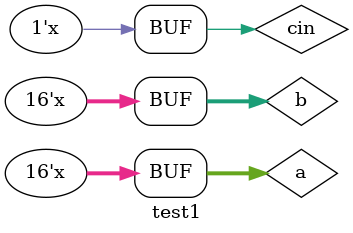
<source format=v>
`timescale 1ns / 1ps


module test1;

	// Inputs
	reg [15:0] a=0;
	reg [15:0] b=0;
	reg cin=0;

	// Outputs
	wire [15:0] sum;
	wire co;

	// Instantiate the Unit Under Test (UUT)
	sixteenBitAdder uut (
		.a(a), 
		.b(b), 
		.sum(sum), 
		.co(co), 
		.cin(cin)
	);
	
		always #50 a = a + 1;
		always #100 b = b + 1;
		always #150 cin = ~cin;

      
endmodule


</source>
